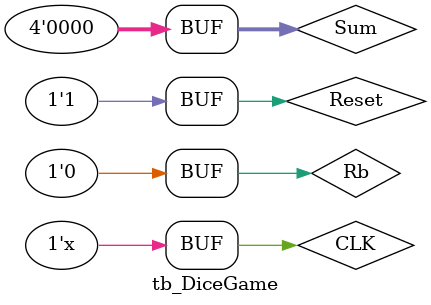
<source format=v>
module DiceGame(Rb, Reset, CLK, Sum, Roll, Win, Lose);

input		Rb;
input		Reset;
input		CLK;
input	[3:0]	Sum;
output		Roll;
output		Win;
output		Lose;

reg		Roll;
reg		Win;
reg		Lose;

reg	[2:0]	State;
reg	[2:0]	Nextstate;
reg	[3:0]	Point;
reg		Sp;

initial
begin
	State = 0;
	Nextstate = 0;
	Point = 2;
end

always@(Rb or Reset or Sum or State)
begin
	Sp = 1'b0;
	Roll = 1'b0;
	Win = 1'b0;
	Lose = 1'b0;
	Nextstate = 0;
	case(State)
		3'd0:
		begin
			if(Rb == 1'b1)
			begin
				Nextstate = 1;
			end
		end
		3'd1:
		begin
			if(Rb == 1'b1)
			begin
				Roll = 1'b1;
			end
			else if(Sum == 7 | Sum == 11)
			begin
				Nextstate = 2;
			end
			else if(Sum == 2 | Sum == 3 | Sum == 12)
			begin
				Nextstate = 3;
			end
			else
			begin
				Sp = 1'b1;
				Nextstate = 4;
			end
		end
		3'd2://Win
		begin
			Win = 1;
			if(Reset == 1)
				Nextstate = 0;
			else
				Nextstate = 2;
		end
		3'd3://Lose
		begin
			Lose = 1;
			if(Reset == 1)
				Nextstate = 0;
			else
				Nextstate = 3;
		end
		3'd4:
		begin
			if(Rb == 1'b1)
			begin
				Nextstate = 5;
			end
			else
				Nextstate = 4;
		end
		3'd5:
		begin
			if(Rb == 1'b1)
			begin
				Roll = 1'b1;
			end
			else if(Sum == Point)
				Nextstate = 2;
			else if(Sum == 7)
				Nextstate = 3;
			else
				Nextstate = 4;
		end
	endcase
end

always@(posedge CLK)
begin
	State <= Nextstate;
	if(Sp == 1'b1)
	begin
		Point <= Sum;
	end
end

endmodule


module tb_DiceGame;

reg		Rb;
reg		Reset;
reg		CLK;
reg	[3:0]	Sum;
wire		Roll;
wire		Win;
wire		Lose;

DiceGame	UUT	(Rb, Reset, CLK, Sum, Roll, Win, Lose);

initial	CLK = 0;
always	#5 CLK = ~CLK;

initial
begin
	#10	Rb = 0; Reset = 0; Sum = 4'd0;
	#10	Rb = 1; Reset = 0; Sum = 4'd0;
	#10	Rb = 0; Reset = 0; Sum = 4'd7;//Win1
	#10	Rb = 0; Reset = 1; Sum = 4'd0;

	#10	Rb = 0; Reset = 0; Sum = 4'd0;
	#10	Rb = 1; Reset = 0; Sum = 4'd0;
	#10	Rb = 0; Reset = 0; Sum = 4'd11;//Win1
	#10	Rb = 0; Reset = 1; Sum = 4'd0;
	
	#10	Rb = 0; Reset = 0; Sum = 4'd0;
	#10	Rb = 1; Reset = 0; Sum = 4'd0;
	#10	Rb = 0; Reset = 0; Sum = 4'd2;//Lose1
	#10	Rb = 0; Reset = 1; Sum = 4'd0;
	
	#10	Rb = 0; Reset = 0; Sum = 4'd0;
	#10	Rb = 1; Reset = 0; Sum = 4'd0;
	#10	Rb = 0; Reset = 0; Sum = 4'd3;//Lose1
	#10	Rb = 0; Reset = 1; Sum = 4'd0;
	
	#10	Rb = 0; Reset = 0; Sum = 4'd0;
	#10	Rb = 1; Reset = 0; Sum = 4'd0;
	#10	Rb = 0; Reset = 0; Sum = 4'd12;//Lose1
	#10	Rb = 0; Reset = 1; Sum = 4'd0;

	//Second Phase
	#10	Rb = 0; Reset = 0; Sum = 4'd0;
	#10	Rb = 1; Reset = 0; Sum = 4'd0;
	#10	Rb = 0; Reset = 0; Sum = 4'd1;
	#10	Rb = 1; Reset = 0; Sum = 4'd0;
	#10	Rb = 0; Reset = 0; Sum = 4'd2;//Again
	#10	Rb = 1; Reset = 0; Sum = 4'd0;
	#10	Rb = 0; Reset = 0; Sum = 4'd1;//Win Eq
	#10	Rb = 0; Reset = 1; Sum = 4'd0;

	#10	Rb = 0; Reset = 0; Sum = 4'd0;
	#10	Rb = 1; Reset = 0; Sum = 4'd0;
	#10	Rb = 0; Reset = 0; Sum = 4'd14;
	#10	Rb = 1; Reset = 0; Sum = 4'd0;
	#10	Rb = 0; Reset = 0; Sum = 4'd7;//Lose2
	#10	Rb = 0; Reset = 1; Sum = 4'd0;
end

endmodule

</source>
